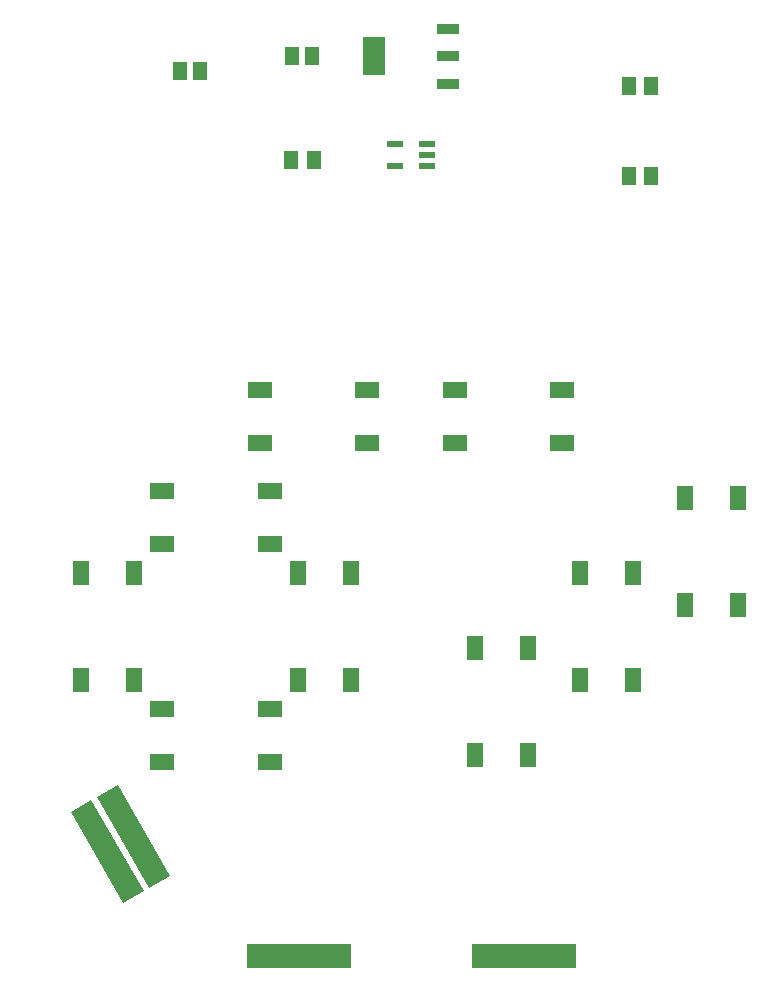
<source format=gbr>
G04 EAGLE Gerber X2 export*
G75*
%MOMM*%
%FSLAX34Y34*%
%LPD*%
%AMOC8*
5,1,8,0,0,1.08239X$1,22.5*%
G01*
%ADD10R,8.890000X2.032000*%
%ADD11R,2.100000X1.400000*%
%ADD12R,1.400000X2.100000*%
%ADD13R,1.320800X0.558800*%
%ADD14R,1.300000X1.500000*%
%ADD15R,1.850000X0.900000*%
%ADD16R,1.850000X3.200000*%


D10*
X-95250Y-533400D03*
X95250Y-533400D03*
G36*
X-221524Y-475374D02*
X-265973Y-398386D01*
X-248376Y-388226D01*
X-203927Y-465214D01*
X-221524Y-475374D01*
G37*
G36*
X-243749Y-488074D02*
X-288198Y-411086D01*
X-270601Y-400926D01*
X-226152Y-477914D01*
X-243749Y-488074D01*
G37*
D11*
X-210600Y-184425D03*
X-210600Y-139425D03*
X-119600Y-139425D03*
X-119600Y-184425D03*
X-119600Y-323575D03*
X-119600Y-368575D03*
X-210600Y-368575D03*
X-210600Y-323575D03*
D12*
X-234675Y-299500D03*
X-279675Y-299500D03*
X-279675Y-208500D03*
X-234675Y-208500D03*
X-50525Y-299500D03*
X-95525Y-299500D03*
X-95525Y-208500D03*
X-50525Y-208500D03*
X98700Y-363000D03*
X53700Y-363000D03*
X53700Y-272000D03*
X98700Y-272000D03*
X187600Y-299500D03*
X142600Y-299500D03*
X142600Y-208500D03*
X187600Y-208500D03*
X276500Y-236000D03*
X231500Y-236000D03*
X231500Y-145000D03*
X276500Y-145000D03*
D11*
X-128050Y-98700D03*
X-128050Y-53700D03*
X-37050Y-53700D03*
X-37050Y-98700D03*
X37050Y-98700D03*
X37050Y-53700D03*
X128050Y-53700D03*
X128050Y-98700D03*
D13*
X13716Y135382D03*
X13716Y144780D03*
X13716Y154178D03*
X-13716Y154178D03*
X-13716Y135382D03*
D14*
X-101575Y140970D03*
X-82575Y140970D03*
X203175Y127000D03*
X184175Y127000D03*
D15*
X31000Y205600D03*
X31000Y228600D03*
X31000Y251600D03*
D16*
X-31000Y228600D03*
D14*
X203175Y203200D03*
X184175Y203200D03*
X-195825Y215900D03*
X-178825Y215900D03*
X-83575Y228600D03*
X-100575Y228600D03*
M02*

</source>
